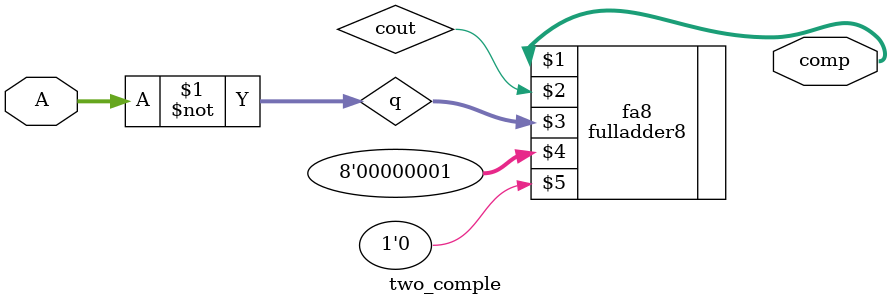
<source format=v>
module subtract8(A,B,result);
    input[7:0] A, B;
    output wire[7:0]result;
    wire[7:0] q,comp;
    two_comple tc(B, comp);
    fulladder8 fa8(result,cout,A,comp,1'b0);
endmodule

module two_comple(A,comp);
    input[7:0] A;
    wire [7:0] q;
    output wire[7:0] comp;
    assign q= ~A;
    fulladder8 fa8(comp,cout,q,8'b00000001,1'b0);
endmodule


</source>
